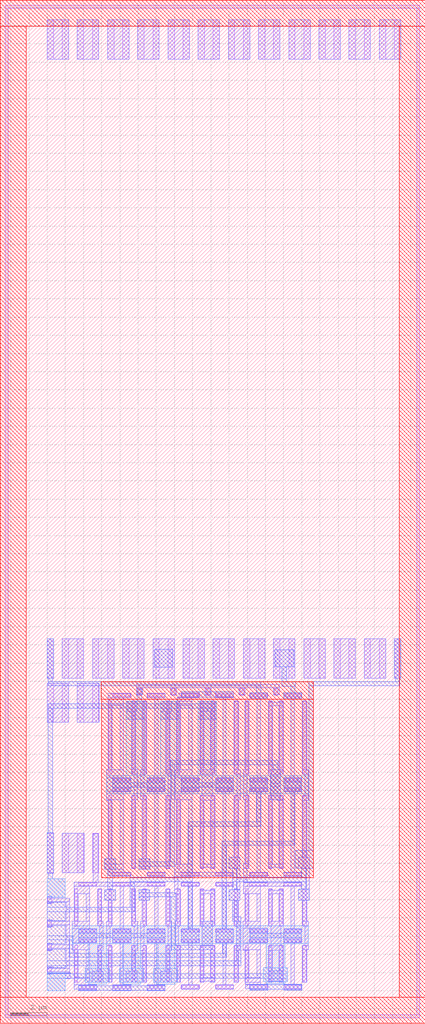
<source format=lef>
MACRO hybrid_dnwell
  CLASS BLOCK ;
  FOREIGN hybrid_dnwell ;
  ORIGIN 2.590 1.775 ;
  SIZE 23.370 BY 56.190 ;
  OBS
      LAYER nwell ;
        RECT -2.590 52.985 20.780 54.415 ;
        RECT -2.590 -0.345 -1.160 52.985 ;
        RECT 2.960 16.000 14.640 16.980 ;
        RECT 2.980 6.220 14.640 16.000 ;
        RECT 19.350 -0.345 20.780 52.985 ;
        RECT -2.590 -1.775 20.780 -0.345 ;
      LAYER li1 ;
        RECT -2.305 53.960 20.495 54.130 ;
        RECT -2.305 -1.320 -2.135 53.960 ;
        RECT 0.000 51.175 0.350 53.335 ;
        RECT 0.830 51.175 1.180 53.335 ;
        RECT 1.660 51.175 2.010 53.335 ;
        RECT 2.490 51.175 2.840 53.335 ;
        RECT 3.320 51.175 3.670 53.335 ;
        RECT 4.150 51.175 4.500 53.335 ;
        RECT 4.980 51.175 5.330 53.335 ;
        RECT 5.810 51.175 6.160 53.335 ;
        RECT 6.640 51.175 6.990 53.335 ;
        RECT 7.470 51.175 7.820 53.335 ;
        RECT 8.300 51.175 8.650 53.335 ;
        RECT 9.130 51.175 9.480 53.335 ;
        RECT 9.960 51.175 10.310 53.335 ;
        RECT 10.790 51.175 11.140 53.335 ;
        RECT 11.620 51.175 11.970 53.335 ;
        RECT 12.450 51.175 12.800 53.335 ;
        RECT 13.280 51.175 13.630 53.335 ;
        RECT 14.110 51.175 14.460 53.335 ;
        RECT 14.940 51.175 15.290 53.335 ;
        RECT 15.770 51.175 16.120 53.335 ;
        RECT 16.600 51.175 16.950 53.335 ;
        RECT 17.430 51.175 17.780 53.335 ;
        RECT 18.260 51.175 18.610 53.335 ;
        RECT 19.090 51.175 19.440 53.335 ;
        RECT 0.000 17.175 0.350 19.335 ;
        RECT 0.830 17.175 1.180 19.335 ;
        RECT 1.660 17.175 2.010 19.335 ;
        RECT 2.490 17.175 2.840 19.335 ;
        RECT 3.320 17.175 3.670 19.335 ;
        RECT 4.150 17.175 4.500 19.335 ;
        RECT 4.980 17.175 5.330 19.335 ;
        RECT 5.810 17.175 6.160 19.335 ;
        RECT 6.640 17.175 6.990 19.335 ;
        RECT 7.470 17.175 7.820 19.335 ;
        RECT 8.300 17.175 8.650 19.335 ;
        RECT 9.130 17.175 9.480 19.335 ;
        RECT 9.960 17.175 10.310 19.335 ;
        RECT 10.790 17.175 11.140 19.335 ;
        RECT 11.620 17.175 11.970 19.335 ;
        RECT 12.450 17.175 12.800 19.335 ;
        RECT 13.280 17.175 13.630 19.335 ;
        RECT 14.110 17.175 14.460 19.335 ;
        RECT 14.940 17.175 15.290 19.335 ;
        RECT 15.770 17.175 16.120 19.335 ;
        RECT 16.600 17.175 16.950 19.335 ;
        RECT 17.430 17.175 17.780 19.335 ;
        RECT 18.260 17.175 18.610 19.335 ;
        RECT 19.090 17.175 19.440 19.335 ;
        RECT 0.000 14.740 0.350 16.900 ;
        RECT 0.830 14.740 1.180 16.900 ;
        RECT 1.660 14.740 2.010 16.900 ;
        RECT 2.490 14.740 2.840 16.900 ;
        RECT 3.610 16.135 4.610 16.305 ;
        RECT 4.970 16.240 5.180 16.610 ;
        RECT 5.490 16.135 6.490 16.305 ;
        RECT 6.850 16.240 7.060 16.610 ;
        RECT 7.370 16.135 8.370 16.305 ;
        RECT 8.730 16.240 8.940 16.610 ;
        RECT 9.250 16.135 10.250 16.305 ;
        RECT 10.610 16.240 10.820 16.610 ;
        RECT 11.130 16.135 12.130 16.305 ;
        RECT 12.490 16.240 12.700 16.610 ;
        RECT 13.010 16.135 14.010 16.305 ;
        RECT 3.380 11.880 3.550 15.920 ;
        RECT 4.670 11.880 4.840 15.920 ;
        RECT 5.260 11.880 5.430 15.920 ;
        RECT 6.550 11.880 6.720 15.920 ;
        RECT 7.140 11.880 7.310 15.920 ;
        RECT 8.430 11.880 8.600 15.920 ;
        RECT 9.020 11.880 9.190 15.920 ;
        RECT 10.310 11.880 10.480 15.920 ;
        RECT 10.900 11.880 11.070 15.920 ;
        RECT 12.190 11.880 12.360 15.920 ;
        RECT 12.780 11.880 12.950 15.920 ;
        RECT 14.070 11.880 14.240 15.920 ;
        RECT 3.610 11.495 4.610 11.665 ;
        RECT 5.490 11.495 6.490 11.665 ;
        RECT 7.370 11.495 8.370 11.665 ;
        RECT 9.250 11.495 10.250 11.665 ;
        RECT 11.130 11.495 12.130 11.665 ;
        RECT 13.010 11.495 14.010 11.665 ;
        RECT 3.610 10.955 4.610 11.125 ;
        RECT 5.490 10.955 6.490 11.125 ;
        RECT 7.370 10.955 8.370 11.125 ;
        RECT 9.250 10.955 10.250 11.125 ;
        RECT 11.130 10.955 12.130 11.125 ;
        RECT 13.010 10.955 14.010 11.125 ;
        RECT 0.000 6.490 0.350 8.650 ;
        RECT 0.830 6.490 1.180 8.650 ;
        RECT 1.660 6.490 2.010 8.650 ;
        RECT 2.490 6.490 2.840 8.650 ;
        RECT 3.380 6.700 3.550 10.740 ;
        RECT 4.670 6.700 4.840 10.740 ;
        RECT 5.260 6.700 5.430 10.740 ;
        RECT 6.550 6.700 6.720 10.740 ;
        RECT 7.140 6.700 7.310 10.740 ;
        RECT 8.430 6.700 8.600 10.740 ;
        RECT 9.020 6.700 9.190 10.740 ;
        RECT 10.310 6.700 10.480 10.740 ;
        RECT 10.900 6.700 11.070 10.740 ;
        RECT 12.190 6.700 12.360 10.740 ;
        RECT 12.780 6.700 12.950 10.740 ;
        RECT 14.070 6.700 14.240 10.740 ;
        RECT 3.610 6.315 4.610 6.485 ;
        RECT 5.490 6.315 6.490 6.485 ;
        RECT 7.370 6.315 8.370 6.485 ;
        RECT 9.250 6.315 10.250 6.485 ;
        RECT 11.130 6.315 12.130 6.485 ;
        RECT 13.010 6.315 14.010 6.485 ;
        RECT 1.730 5.760 2.730 5.930 ;
        RECT 3.610 5.760 4.610 5.930 ;
        RECT 5.490 5.760 6.490 5.930 ;
        RECT 7.370 5.760 8.370 5.930 ;
        RECT 9.250 5.760 10.250 5.930 ;
        RECT 11.130 5.760 12.130 5.930 ;
        RECT 13.010 5.760 14.010 5.930 ;
        RECT 0.030 4.810 0.240 5.180 ;
        RECT 0.030 3.525 0.240 3.895 ;
        RECT 1.500 3.550 1.670 5.590 ;
        RECT 2.790 3.550 2.960 5.590 ;
        RECT 3.380 3.550 3.550 5.590 ;
        RECT 4.670 3.550 4.840 5.590 ;
        RECT 5.260 3.550 5.430 5.590 ;
        RECT 6.550 3.550 6.720 5.590 ;
        RECT 7.140 3.550 7.310 5.590 ;
        RECT 8.430 3.550 8.600 5.590 ;
        RECT 9.020 3.550 9.190 5.590 ;
        RECT 10.310 3.550 10.480 5.590 ;
        RECT 10.900 3.550 11.070 5.590 ;
        RECT 12.190 3.550 12.360 5.590 ;
        RECT 12.780 3.550 12.950 5.590 ;
        RECT 14.070 3.550 14.240 5.590 ;
        RECT 1.730 3.210 2.730 3.380 ;
        RECT 3.610 3.210 4.610 3.380 ;
        RECT 5.490 3.210 6.490 3.380 ;
        RECT 7.370 3.210 8.370 3.380 ;
        RECT 9.250 3.210 10.250 3.380 ;
        RECT 11.130 3.210 12.130 3.380 ;
        RECT 13.010 3.210 14.010 3.380 ;
        RECT 1.730 2.670 2.730 2.840 ;
        RECT 3.610 2.670 4.610 2.840 ;
        RECT 5.490 2.670 6.490 2.840 ;
        RECT 7.370 2.670 8.370 2.840 ;
        RECT 9.250 2.670 10.250 2.840 ;
        RECT 11.130 2.670 12.130 2.840 ;
        RECT 13.010 2.670 14.010 2.840 ;
        RECT 0.030 2.240 0.240 2.610 ;
        RECT 0.030 0.950 0.240 1.320 ;
        RECT 1.500 0.460 1.670 2.500 ;
        RECT 2.790 0.460 2.960 2.500 ;
        RECT 3.380 0.460 3.550 2.500 ;
        RECT 4.670 0.460 4.840 2.500 ;
        RECT 5.260 0.460 5.430 2.500 ;
        RECT 6.550 0.460 6.720 2.500 ;
        RECT 7.140 0.460 7.310 2.500 ;
        RECT 8.430 0.460 8.600 2.500 ;
        RECT 9.020 0.460 9.190 2.500 ;
        RECT 10.310 0.460 10.480 2.500 ;
        RECT 10.900 0.460 11.070 2.500 ;
        RECT 12.190 0.460 12.360 2.500 ;
        RECT 12.780 0.460 12.950 2.500 ;
        RECT 14.070 0.460 14.240 2.500 ;
        RECT 1.730 0.120 2.730 0.290 ;
        RECT 3.610 0.120 4.610 0.290 ;
        RECT 5.490 0.120 6.490 0.290 ;
        RECT 7.370 0.120 8.370 0.290 ;
        RECT 9.250 0.120 10.250 0.290 ;
        RECT 11.130 0.120 12.130 0.290 ;
        RECT 13.010 0.120 14.010 0.290 ;
        RECT 20.325 -1.320 20.495 53.960 ;
        RECT -2.305 -1.490 20.495 -1.320 ;
      LAYER met1 ;
        RECT 0.000 51.175 1.180 53.335 ;
        RECT 1.660 51.175 2.840 53.335 ;
        RECT 3.320 51.175 4.500 53.335 ;
        RECT 4.980 51.175 6.160 53.335 ;
        RECT 6.640 51.175 7.820 53.335 ;
        RECT 8.300 51.175 9.480 53.335 ;
        RECT 9.960 51.175 11.140 53.335 ;
        RECT 11.620 51.175 12.800 53.335 ;
        RECT 13.280 51.175 14.460 53.335 ;
        RECT 14.940 51.175 16.120 53.335 ;
        RECT 16.600 51.175 17.780 53.335 ;
        RECT 18.260 51.175 19.440 53.335 ;
        RECT 0.000 17.175 0.350 19.335 ;
        RECT 0.830 17.175 2.010 19.335 ;
        RECT 2.490 17.175 3.670 19.335 ;
        RECT 4.150 17.175 5.330 19.335 ;
        RECT 5.810 17.175 6.990 19.335 ;
        RECT 7.470 17.175 8.650 19.335 ;
        RECT 9.130 17.175 10.310 19.335 ;
        RECT 10.790 17.175 11.970 19.335 ;
        RECT 12.450 17.175 13.630 19.335 ;
        RECT 14.110 17.175 15.290 19.335 ;
        RECT 15.770 17.175 16.950 19.335 ;
        RECT 17.430 17.175 18.610 19.335 ;
        RECT 19.090 17.175 19.440 19.335 ;
        RECT 0.000 14.740 1.190 16.900 ;
        RECT 1.660 14.740 2.850 16.900 ;
        RECT 4.910 16.645 12.760 16.835 ;
        RECT 3.630 16.330 4.590 16.335 ;
        RECT 3.350 16.105 4.590 16.330 ;
        RECT 4.910 16.260 5.240 16.645 ;
        RECT 5.510 16.105 6.470 16.335 ;
        RECT 6.790 16.260 7.120 16.645 ;
        RECT 7.390 16.330 8.350 16.430 ;
        RECT 7.260 16.120 8.350 16.330 ;
        RECT 8.670 16.260 9.000 16.645 ;
        RECT 3.350 15.670 4.210 16.105 ;
        RECT 3.350 12.145 3.580 15.670 ;
        RECT 3.265 12.140 3.580 12.145 ;
        RECT 4.015 12.140 4.205 15.670 ;
        RECT 4.350 15.310 4.950 15.910 ;
        RECT 3.265 11.700 4.205 12.140 ;
        RECT 4.640 12.155 4.870 15.310 ;
        RECT 4.640 11.900 4.965 12.155 ;
        RECT 5.230 12.140 5.460 15.900 ;
        RECT 3.265 10.920 4.610 11.700 ;
        RECT 3.265 10.480 4.205 10.920 ;
        RECT 4.775 10.720 4.965 11.900 ;
        RECT 3.265 10.475 3.580 10.480 ;
        RECT 0.000 6.460 0.350 8.680 ;
        RECT 0.830 6.490 2.020 8.650 ;
        RECT 2.540 5.960 2.790 8.625 ;
        RECT 3.350 7.260 3.580 10.475 ;
        RECT 3.160 6.950 3.770 7.260 ;
        RECT 4.015 6.950 4.205 10.480 ;
        RECT 4.640 10.495 4.965 10.720 ;
        RECT 5.145 11.900 5.460 12.140 ;
        RECT 5.145 10.720 5.335 11.900 ;
        RECT 5.895 11.700 6.085 16.105 ;
        RECT 7.140 16.100 8.350 16.120 ;
        RECT 9.270 16.100 10.230 16.430 ;
        RECT 10.550 16.260 10.880 16.645 ;
        RECT 6.240 15.310 6.840 15.910 ;
        RECT 7.140 15.900 7.965 16.100 ;
        RECT 7.110 15.670 7.965 15.900 ;
        RECT 6.520 12.140 6.750 15.310 ;
        RECT 7.110 12.150 7.340 15.670 ;
        RECT 7.775 12.150 7.965 15.670 ;
        RECT 7.030 12.145 7.965 12.150 ;
        RECT 6.520 11.900 6.845 12.140 ;
        RECT 5.490 10.920 6.490 11.700 ;
        RECT 5.145 10.515 5.460 10.720 ;
        RECT 3.160 6.660 4.210 6.950 ;
        RECT 4.640 6.720 4.870 10.495 ;
        RECT 5.230 7.260 5.460 10.515 ;
        RECT 5.040 6.660 5.650 7.260 ;
        RECT 3.380 6.515 4.210 6.660 ;
        RECT 5.895 6.515 6.085 10.920 ;
        RECT 6.655 10.720 6.845 11.900 ;
        RECT 6.520 10.485 6.845 10.720 ;
        RECT 7.025 11.700 7.965 12.145 ;
        RECT 8.400 15.360 9.220 15.900 ;
        RECT 8.400 12.140 8.630 15.360 ;
        RECT 8.990 12.140 9.220 15.360 ;
        RECT 8.400 11.900 9.220 12.140 ;
        RECT 7.025 10.920 8.350 11.700 ;
        RECT 7.025 10.490 7.970 10.920 ;
        RECT 8.525 10.720 9.085 11.900 ;
        RECT 9.655 11.700 9.845 16.100 ;
        RECT 11.150 16.060 12.110 16.380 ;
        RECT 12.430 16.260 12.760 16.645 ;
        RECT 13.030 16.060 13.990 16.380 ;
        RECT 10.280 12.140 10.510 15.900 ;
        RECT 10.870 12.145 11.100 15.900 ;
        RECT 10.280 11.900 10.615 12.140 ;
        RECT 9.270 10.920 10.230 11.700 ;
        RECT 7.025 10.485 7.965 10.490 ;
        RECT 6.520 6.720 6.750 10.485 ;
        RECT 7.030 10.480 7.965 10.485 ;
        RECT 7.110 6.960 7.340 10.480 ;
        RECT 7.015 6.950 7.340 6.960 ;
        RECT 7.775 6.950 7.965 10.480 ;
        RECT 8.400 10.470 9.220 10.720 ;
        RECT 8.400 6.960 8.630 10.470 ;
        RECT 8.990 6.960 9.220 10.470 ;
        RECT 7.015 6.515 7.970 6.950 ;
        RECT 8.400 6.770 9.220 6.960 ;
        RECT 8.400 6.720 8.630 6.770 ;
        RECT 8.990 6.720 9.220 6.770 ;
        RECT 9.655 6.515 9.845 10.920 ;
        RECT 10.425 10.720 10.615 11.900 ;
        RECT 10.280 10.485 10.615 10.720 ;
        RECT 10.785 11.900 11.100 12.145 ;
        RECT 10.785 10.720 10.975 11.900 ;
        RECT 11.535 11.695 11.725 16.060 ;
        RECT 12.160 15.850 12.390 15.900 ;
        RECT 12.750 15.850 12.980 15.900 ;
        RECT 12.160 15.660 12.980 15.850 ;
        RECT 12.160 12.135 12.390 15.660 ;
        RECT 12.750 12.140 12.980 15.660 ;
        RECT 12.635 12.135 12.980 12.140 ;
        RECT 12.160 11.900 12.980 12.135 ;
        RECT 11.150 11.465 12.110 11.695 ;
        RECT 11.160 11.155 12.100 11.465 ;
        RECT 12.285 11.400 12.825 11.900 ;
        RECT 13.415 11.695 13.605 16.060 ;
        RECT 14.040 12.140 14.270 15.900 ;
        RECT 14.040 11.900 14.355 12.140 ;
        RECT 13.030 11.465 13.990 11.695 ;
        RECT 12.285 11.210 12.835 11.400 ;
        RECT 11.150 10.925 12.110 11.155 ;
        RECT 10.785 10.485 11.100 10.720 ;
        RECT 10.280 7.330 10.510 10.485 ;
        RECT 10.000 6.730 10.610 7.330 ;
        RECT 10.870 6.965 11.100 10.485 ;
        RECT 10.280 6.720 10.610 6.730 ;
        RECT 3.380 6.320 4.590 6.515 ;
        RECT 3.630 6.285 4.590 6.320 ;
        RECT 5.510 6.285 6.470 6.515 ;
        RECT 7.015 6.510 8.350 6.515 ;
        RECT 9.270 6.510 10.230 6.515 ;
        RECT 7.015 6.280 10.230 6.510 ;
        RECT 1.470 5.730 6.490 5.960 ;
        RECT 1.470 5.340 2.330 5.730 ;
        RECT 0.000 5.090 0.270 5.180 ;
        RECT 0.000 4.900 1.225 5.090 ;
        RECT 0.000 4.800 0.270 4.900 ;
        RECT 0.040 4.765 0.230 4.800 ;
        RECT 0.000 3.805 0.270 3.895 ;
        RECT 1.035 3.805 1.225 4.900 ;
        RECT 1.470 3.820 1.700 5.340 ;
        RECT 2.135 3.820 2.330 5.340 ;
        RECT 1.380 3.815 2.330 3.820 ;
        RECT 0.000 3.615 1.225 3.805 ;
        RECT 0.000 3.515 0.270 3.615 ;
        RECT 0.040 3.485 0.230 3.515 ;
        RECT 0.000 2.520 0.270 2.610 ;
        RECT 1.035 2.520 1.225 3.615 ;
        RECT 0.000 2.330 1.225 2.520 ;
        RECT 0.000 2.230 0.270 2.330 ;
        RECT 0.040 2.200 0.230 2.230 ;
        RECT 0.000 1.230 0.270 1.320 ;
        RECT 1.035 1.230 1.225 2.330 ;
        RECT 1.375 3.410 2.330 3.815 ;
        RECT 2.760 3.815 2.990 5.570 ;
        RECT 3.350 5.560 3.580 5.570 ;
        RECT 3.160 4.960 3.760 5.560 ;
        RECT 2.760 3.570 3.085 3.815 ;
        RECT 3.350 3.810 3.580 4.960 ;
        RECT 1.375 2.640 2.730 3.410 ;
        RECT 1.375 2.250 2.330 2.640 ;
        RECT 2.895 2.480 3.085 3.570 ;
        RECT 1.375 2.240 1.700 2.250 ;
        RECT 0.000 1.040 1.225 1.230 ;
        RECT 0.000 0.940 0.270 1.040 ;
        RECT 1.000 0.990 1.225 1.040 ;
        RECT 0.040 0.910 0.230 0.940 ;
        RECT 1.000 0.670 1.260 0.990 ;
        RECT 1.470 0.720 1.700 2.240 ;
        RECT 2.135 0.720 2.330 2.250 ;
        RECT 2.760 2.225 3.085 2.480 ;
        RECT 3.265 3.570 3.580 3.810 ;
        RECT 3.265 2.480 3.455 3.570 ;
        RECT 4.015 3.410 4.205 5.730 ;
        RECT 4.640 3.810 4.870 5.570 ;
        RECT 5.230 5.560 5.460 5.570 ;
        RECT 5.040 4.960 5.640 5.560 ;
        RECT 5.230 3.815 5.460 4.960 ;
        RECT 4.640 3.570 4.965 3.810 ;
        RECT 3.610 2.640 4.610 3.410 ;
        RECT 3.265 2.225 3.580 2.480 ;
        RECT 2.760 1.080 2.990 2.225 ;
        RECT 1.470 0.320 2.330 0.720 ;
        RECT 2.470 0.480 3.070 1.080 ;
        RECT 3.350 0.480 3.580 2.225 ;
        RECT 4.015 0.320 4.205 2.640 ;
        RECT 4.775 2.480 4.965 3.570 ;
        RECT 4.640 2.225 4.965 2.480 ;
        RECT 5.145 3.570 5.460 3.815 ;
        RECT 5.145 2.480 5.335 3.570 ;
        RECT 5.895 3.410 6.085 5.730 ;
        RECT 7.015 5.570 7.205 6.280 ;
        RECT 7.390 5.730 8.350 5.960 ;
        RECT 9.270 5.730 10.230 5.960 ;
        RECT 6.520 3.810 6.750 5.570 ;
        RECT 7.015 5.325 7.340 5.570 ;
        RECT 7.110 3.815 7.340 5.325 ;
        RECT 6.520 3.570 6.835 3.810 ;
        RECT 5.490 2.640 6.490 3.410 ;
        RECT 5.145 2.235 5.460 2.480 ;
        RECT 4.640 1.080 4.870 2.225 ;
        RECT 4.350 0.480 4.950 1.080 ;
        RECT 5.230 0.480 5.460 2.235 ;
        RECT 5.895 0.320 6.085 2.640 ;
        RECT 6.645 2.480 6.835 3.570 ;
        RECT 6.520 2.235 6.835 2.480 ;
        RECT 7.025 3.570 7.340 3.815 ;
        RECT 7.025 2.480 7.215 3.570 ;
        RECT 7.775 3.410 7.965 5.730 ;
        RECT 8.400 5.520 8.630 5.570 ;
        RECT 8.990 5.520 9.220 5.570 ;
        RECT 8.400 5.330 9.220 5.520 ;
        RECT 8.400 3.810 8.630 5.330 ;
        RECT 8.990 3.810 9.220 5.330 ;
        RECT 8.400 3.570 9.220 3.810 ;
        RECT 7.390 2.640 8.350 3.410 ;
        RECT 7.025 2.240 7.340 2.480 ;
        RECT 6.520 1.080 6.750 2.235 ;
        RECT 6.230 0.480 6.830 1.080 ;
        RECT 7.110 0.480 7.340 2.240 ;
        RECT 7.775 0.320 7.965 2.640 ;
        RECT 8.525 2.480 9.085 3.570 ;
        RECT 9.655 3.410 9.845 5.730 ;
        RECT 10.420 5.570 10.610 6.720 ;
        RECT 10.280 5.560 10.610 5.570 ;
        RECT 10.000 4.960 10.610 5.560 ;
        RECT 10.785 6.720 11.100 6.965 ;
        RECT 10.785 5.960 10.975 6.720 ;
        RECT 11.535 6.515 11.725 10.925 ;
        RECT 12.285 10.720 12.825 11.210 ;
        RECT 13.090 11.155 13.930 11.465 ;
        RECT 13.030 10.925 13.990 11.155 ;
        RECT 12.160 10.480 12.980 10.720 ;
        RECT 12.160 6.960 12.390 10.480 ;
        RECT 12.635 10.475 12.980 10.480 ;
        RECT 12.750 6.960 12.980 10.475 ;
        RECT 12.160 6.770 12.980 6.960 ;
        RECT 12.160 6.720 12.390 6.770 ;
        RECT 12.750 6.720 12.980 6.770 ;
        RECT 13.415 6.515 13.605 10.925 ;
        RECT 14.165 10.720 14.355 11.900 ;
        RECT 14.040 10.475 14.355 10.720 ;
        RECT 14.040 7.320 14.270 10.475 ;
        RECT 13.810 6.720 14.410 7.320 ;
        RECT 11.150 6.285 12.110 6.515 ;
        RECT 13.030 6.285 13.990 6.515 ;
        RECT 10.785 5.940 12.110 5.960 ;
        RECT 13.030 5.940 13.990 5.960 ;
        RECT 10.785 5.750 13.990 5.940 ;
        RECT 10.785 5.730 12.110 5.750 ;
        RECT 13.030 5.730 13.990 5.750 ;
        RECT 10.785 5.325 11.730 5.730 ;
        RECT 10.790 5.320 11.730 5.325 ;
        RECT 12.160 5.520 12.390 5.570 ;
        RECT 12.750 5.520 12.980 5.570 ;
        RECT 12.160 5.330 12.980 5.520 ;
        RECT 10.280 3.810 10.510 4.960 ;
        RECT 10.870 3.810 11.100 5.320 ;
        RECT 11.535 3.810 11.725 5.320 ;
        RECT 10.280 3.570 10.595 3.810 ;
        RECT 9.270 2.640 10.230 3.410 ;
        RECT 8.400 2.240 9.220 2.480 ;
        RECT 8.400 0.720 8.630 2.240 ;
        RECT 8.990 0.720 9.220 2.240 ;
        RECT 8.400 0.530 9.220 0.720 ;
        RECT 8.400 0.480 8.630 0.530 ;
        RECT 8.990 0.480 9.220 0.530 ;
        RECT 9.655 0.320 9.845 2.640 ;
        RECT 10.405 2.480 10.595 3.570 ;
        RECT 10.280 2.225 10.595 2.480 ;
        RECT 10.775 3.420 11.725 3.810 ;
        RECT 12.160 3.810 12.390 5.330 ;
        RECT 12.750 3.810 12.980 5.330 ;
        RECT 12.160 3.570 12.980 3.810 ;
        RECT 10.775 2.640 12.110 3.420 ;
        RECT 10.775 2.240 11.725 2.640 ;
        RECT 12.295 2.480 12.860 3.570 ;
        RECT 13.415 3.410 13.605 5.730 ;
        RECT 14.215 5.570 14.410 6.720 ;
        RECT 13.810 4.960 14.410 5.570 ;
        RECT 14.040 3.810 14.270 4.960 ;
        RECT 14.040 3.570 14.355 3.810 ;
        RECT 13.030 2.640 13.990 3.410 ;
        RECT 10.775 2.235 11.100 2.240 ;
        RECT 10.280 0.480 10.510 2.225 ;
        RECT 10.870 0.710 11.100 2.235 ;
        RECT 11.535 0.710 11.725 2.240 ;
        RECT 12.160 2.230 12.980 2.480 ;
        RECT 12.160 1.110 12.390 2.230 ;
        RECT 12.750 1.110 12.980 2.230 ;
        RECT 10.870 0.480 11.730 0.710 ;
        RECT 12.160 0.510 12.980 1.110 ;
        RECT 12.160 0.480 12.390 0.510 ;
        RECT 12.750 0.480 12.980 0.510 ;
        RECT 10.890 0.360 11.730 0.480 ;
        RECT 13.415 0.360 13.605 2.640 ;
        RECT 14.165 2.480 14.355 3.570 ;
        RECT 14.040 2.245 14.355 2.480 ;
        RECT 14.040 0.480 14.270 2.245 ;
        RECT 10.890 0.320 12.080 0.360 ;
        RECT 13.060 0.320 13.960 0.360 ;
        RECT 1.470 0.090 2.730 0.320 ;
        RECT 1.730 0.000 2.730 0.090 ;
        RECT 3.610 0.000 4.610 0.320 ;
        RECT 5.490 0.000 6.490 0.320 ;
        RECT 7.390 0.090 8.350 0.320 ;
        RECT 9.270 0.090 10.230 0.320 ;
        RECT 10.890 0.115 12.110 0.320 ;
        RECT 11.150 0.090 12.110 0.115 ;
        RECT 13.030 0.090 13.990 0.320 ;
        RECT 11.180 0.040 12.080 0.090 ;
        RECT 13.060 0.040 13.960 0.090 ;
      LAYER met2 ;
        RECT 0.000 17.175 0.350 19.335 ;
        RECT 5.900 17.755 6.900 18.755 ;
        RECT 12.510 17.785 13.570 18.725 ;
        RECT 0.055 16.980 0.295 17.175 ;
        RECT 12.915 16.980 13.160 17.785 ;
        RECT 19.090 17.175 19.440 19.335 ;
        RECT 19.140 16.980 19.380 17.175 ;
        RECT 0.055 16.740 11.750 16.980 ;
        RECT 4.915 16.300 5.235 16.560 ;
        RECT 4.950 15.910 5.200 16.300 ;
        RECT 7.390 16.110 10.230 16.430 ;
        RECT 11.510 16.380 11.750 16.740 ;
        RECT 12.915 16.735 13.635 16.980 ;
        RECT 14.400 16.740 19.380 16.980 ;
        RECT 13.390 16.380 13.630 16.735 ;
        RECT 11.150 16.060 12.110 16.380 ;
        RECT 13.030 16.060 13.990 16.380 ;
        RECT 4.350 15.750 5.350 15.910 ;
        RECT 6.240 15.750 7.240 15.910 ;
        RECT 8.300 15.750 9.300 15.900 ;
        RECT 0.050 15.510 9.300 15.750 ;
        RECT 0.050 8.680 0.290 15.510 ;
        RECT 4.350 14.910 5.350 15.510 ;
        RECT 6.240 14.910 7.240 15.510 ;
        RECT 8.300 14.900 9.300 15.510 ;
        RECT 6.770 12.410 12.675 12.650 ;
        RECT 3.610 11.435 4.610 11.700 ;
        RECT 5.490 11.435 6.490 11.700 ;
        RECT 3.610 11.185 6.490 11.435 ;
        RECT 3.610 10.920 4.610 11.185 ;
        RECT 5.490 10.920 6.490 11.185 ;
        RECT 0.000 6.460 0.350 8.680 ;
        RECT 3.160 6.660 3.770 7.260 ;
        RECT 5.040 7.080 5.650 7.260 ;
        RECT 6.770 7.080 7.010 12.410 ;
        RECT 12.435 12.130 12.675 12.410 ;
        RECT 7.390 11.435 8.350 11.700 ;
        RECT 9.270 11.435 10.230 11.700 ;
        RECT 7.390 11.185 10.230 11.435 ;
        RECT 7.390 10.920 8.350 11.185 ;
        RECT 9.270 10.920 10.230 11.185 ;
        RECT 11.160 10.930 12.100 11.690 ;
        RECT 11.510 9.270 11.750 10.930 ;
        RECT 12.290 10.490 12.820 12.130 ;
        RECT 13.030 10.930 13.990 11.690 ;
        RECT 5.040 6.840 7.010 7.080 ;
        RECT 7.740 9.030 11.750 9.270 ;
        RECT 5.040 6.660 5.650 6.840 ;
        RECT 0.050 6.140 0.300 6.460 ;
        RECT 0.000 5.140 1.000 6.140 ;
        RECT 3.335 5.560 3.585 6.660 ;
        RECT 7.740 6.230 7.980 9.030 ;
        RECT 13.390 8.220 13.630 10.930 ;
        RECT 4.560 5.990 7.980 6.230 ;
        RECT 3.160 4.960 3.760 5.560 ;
        RECT 0.000 4.580 1.000 4.850 ;
        RECT 4.560 4.580 4.800 5.990 ;
        RECT 5.040 5.390 5.640 5.560 ;
        RECT 5.040 5.150 7.050 5.390 ;
        RECT 5.040 4.960 5.640 5.150 ;
        RECT 0.000 4.340 4.800 4.580 ;
        RECT 0.000 3.850 1.000 4.340 ;
        RECT 0.000 3.030 1.000 3.570 ;
        RECT 1.730 3.150 2.730 3.410 ;
        RECT 3.610 3.150 4.610 3.410 ;
        RECT 5.490 3.150 6.490 3.410 ;
        RECT 0.000 2.790 1.440 3.030 ;
        RECT 0.000 2.570 1.000 2.790 ;
        RECT 0.000 1.635 1.000 2.270 ;
        RECT 1.200 2.070 1.440 2.790 ;
        RECT 1.730 2.900 6.490 3.150 ;
        RECT 1.730 2.640 2.730 2.900 ;
        RECT 3.610 2.640 4.610 2.900 ;
        RECT 5.490 2.640 6.490 2.900 ;
        RECT 6.810 2.490 7.050 5.150 ;
        RECT 7.740 3.410 7.980 5.990 ;
        RECT 9.620 7.980 13.630 8.220 ;
        RECT 7.390 2.640 8.350 3.410 ;
        RECT 8.525 2.490 9.085 3.810 ;
        RECT 9.620 3.410 9.860 7.980 ;
        RECT 14.400 7.730 14.640 16.740 ;
        RECT 10.000 6.730 10.610 7.330 ;
        RECT 13.640 6.730 14.640 7.730 ;
        RECT 10.180 6.245 10.430 6.730 ;
        RECT 13.990 6.245 14.240 6.730 ;
        RECT 10.180 5.995 14.240 6.245 ;
        RECT 10.180 5.560 10.430 5.995 ;
        RECT 13.990 5.570 14.240 5.995 ;
        RECT 10.000 4.960 10.610 5.560 ;
        RECT 13.810 4.960 14.410 5.570 ;
        RECT 10.180 4.055 10.430 4.960 ;
        RECT 10.180 3.805 10.665 4.055 ;
        RECT 9.270 2.640 10.230 3.410 ;
        RECT 6.810 2.250 9.085 2.490 ;
        RECT 9.630 2.070 9.870 2.640 ;
        RECT 1.200 1.830 9.870 2.070 ;
        RECT 10.415 1.635 10.665 3.805 ;
        RECT 11.140 3.150 12.110 3.420 ;
        RECT 13.030 3.150 13.990 3.410 ;
        RECT 11.140 2.900 13.990 3.150 ;
        RECT 11.140 2.640 12.110 2.900 ;
        RECT 13.030 2.640 13.990 2.900 ;
        RECT 0.000 1.385 10.665 1.635 ;
        RECT 0.000 1.270 1.000 1.385 ;
        RECT 0.000 0.960 1.000 1.000 ;
        RECT 0.000 0.930 1.290 0.960 ;
        RECT 2.100 0.930 3.420 1.230 ;
        RECT 3.980 0.930 5.300 1.240 ;
        RECT 5.860 0.930 7.180 1.240 ;
        RECT 11.900 0.930 13.220 1.260 ;
        RECT 0.000 0.690 13.220 0.930 ;
        RECT 0.000 0.000 1.000 0.690 ;
        RECT 2.100 0.470 3.420 0.690 ;
        RECT 3.980 0.480 5.300 0.690 ;
        RECT 5.860 0.480 7.180 0.690 ;
        RECT 11.900 0.500 13.220 0.690 ;
        RECT 11.150 0.330 12.130 0.360 ;
        RECT 13.010 0.330 14.000 0.360 ;
        RECT 1.730 0.285 2.730 0.320 ;
        RECT 3.610 0.285 4.610 0.320 ;
        RECT 5.490 0.285 6.490 0.320 ;
        RECT 1.730 0.035 6.490 0.285 ;
        RECT 11.150 0.080 14.000 0.330 ;
        RECT 11.150 0.040 12.130 0.080 ;
        RECT 13.010 0.040 14.000 0.080 ;
        RECT 1.730 0.000 2.730 0.035 ;
        RECT 3.610 0.000 4.610 0.035 ;
        RECT 5.490 0.000 6.490 0.035 ;
      LAYER met3 ;
        RECT 4.350 11.820 5.350 15.910 ;
        RECT 6.240 11.820 7.240 15.910 ;
        RECT 8.300 11.820 9.300 15.900 ;
        RECT 3.260 10.820 14.350 11.820 ;
        RECT 0.000 5.140 1.000 6.140 ;
        RECT 1.380 2.570 14.350 3.570 ;
        RECT 2.260 1.230 3.260 2.570 ;
        RECT 4.140 1.240 5.140 2.570 ;
        RECT 6.020 1.240 7.020 2.570 ;
        RECT 12.060 1.260 13.060 2.570 ;
        RECT 0.000 0.000 1.000 1.000 ;
        RECT 2.100 0.470 3.420 1.230 ;
        RECT 3.980 0.480 5.300 1.240 ;
        RECT 5.860 0.480 7.180 1.240 ;
        RECT 11.900 0.500 13.220 1.260 ;
        RECT 2.260 0.350 3.260 0.470 ;
        RECT 4.140 0.360 5.140 0.480 ;
        RECT 6.020 0.360 7.020 0.480 ;
        RECT 12.060 0.380 13.060 0.500 ;
  END
END hybrid_dnwell
END LIBRARY


</source>
